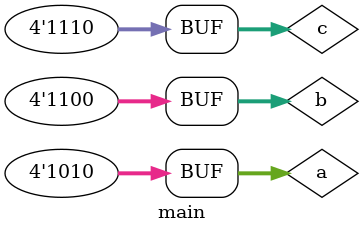
<source format=v>
/**************************************************************************/
/* code014.v                          For CSC.T341 CLD Archlab TOKYO TECH */
/**************************************************************************/
module main ();
  reg  [3:0] a, b;
  wire [3:0] c;
  assign c = a | b;

  initial begin
    #10 a <= 4'b1010; b <= 4'b1100;
  end
  always@(*) #1 $display("%2d: %b %b -> %b", $time, a, b, c);
endmodule

</source>
